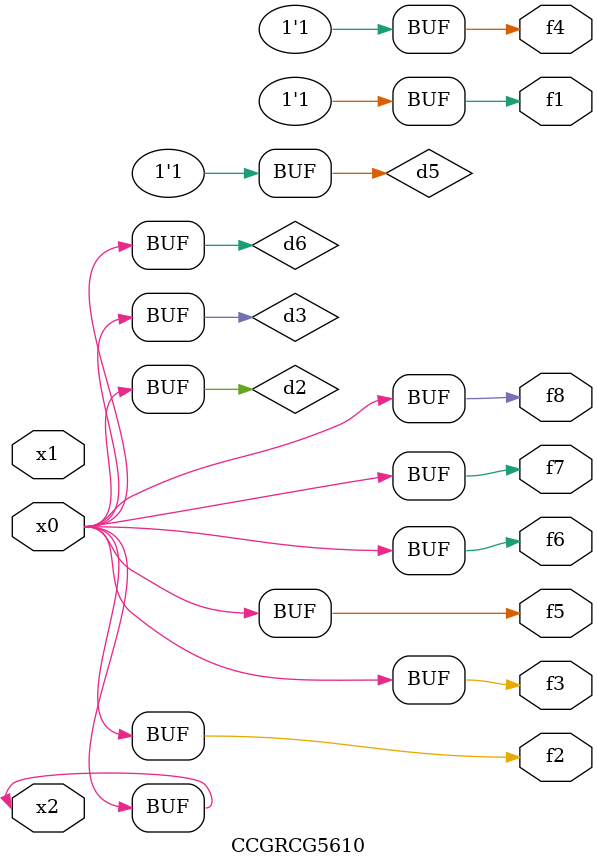
<source format=v>
module CCGRCG5610(
	input x0, x1, x2,
	output f1, f2, f3, f4, f5, f6, f7, f8
);

	wire d1, d2, d3, d4, d5, d6;

	xnor (d1, x2);
	buf (d2, x0, x2);
	and (d3, x0);
	xnor (d4, x1, x2);
	nand (d5, d1, d3);
	buf (d6, d2, d3);
	assign f1 = d5;
	assign f2 = d6;
	assign f3 = d6;
	assign f4 = d5;
	assign f5 = d6;
	assign f6 = d6;
	assign f7 = d6;
	assign f8 = d6;
endmodule

</source>
